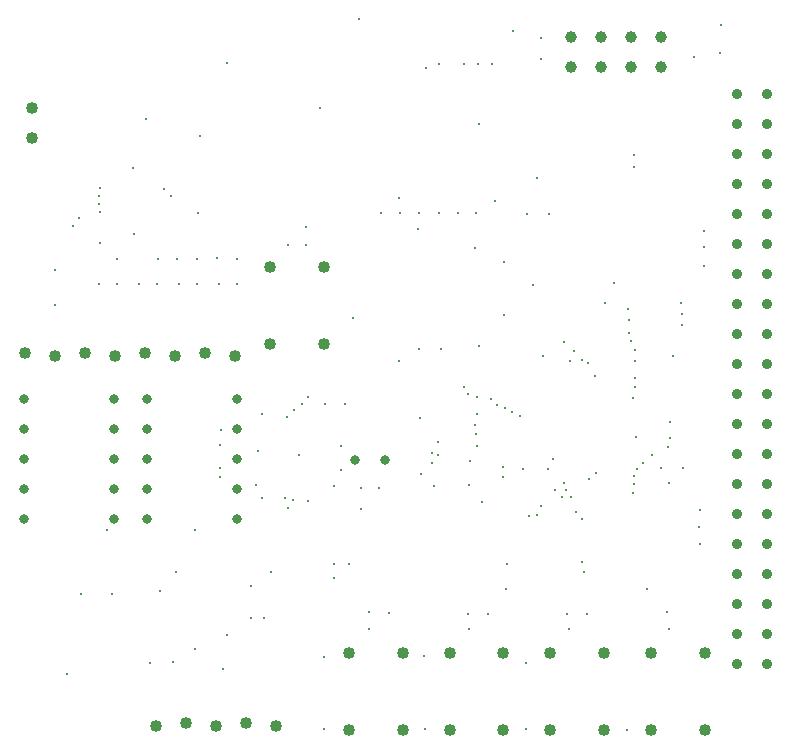
<source format=gbr>
%TF.GenerationSoftware,Novarm,DipTrace,3.2.0.1*%
%TF.CreationDate,2017-11-16T22:50:57-08:00*%
%FSLAX26Y26*%
%MOIN*%
%TF.FileFunction,Plated,1,4,PTH,Drill*%
%TF.Part,Single*%
%TA.AperFunction,ViaDrill*%
%ADD10C,0.008*%
%TA.AperFunction,ComponentDrill*%
%ADD52C,0.032008*%
%ADD53C,0.032*%
%ADD54C,0.04*%
%ADD55C,0.03937*%
%ADD56C,0.035433*%
G75*
G01*
D52*
X875251Y1572125D3*
D53*
Y1472125D3*
Y1372125D3*
Y1272125D3*
Y1172125D3*
X1175251D3*
Y1272125D3*
Y1372125D3*
Y1472125D3*
Y1572125D3*
D52*
X465875D3*
D53*
Y1472125D3*
Y1372125D3*
Y1272125D3*
Y1172125D3*
X765875D3*
Y1272125D3*
Y1372125D3*
Y1472125D3*
Y1572125D3*
D54*
X494000Y2444000D3*
Y2544000D3*
X469000Y1725249D3*
X569000Y1715249D3*
X669000Y1725249D3*
X769000Y1715249D3*
X869000Y1725249D3*
X969000Y1715249D3*
X1069000Y1725249D3*
X1169000Y1715249D3*
D53*
X1569000Y1369000D3*
X1669000D3*
D54*
X1287749Y1756500D3*
Y2012500D3*
X1465749Y1756500D3*
Y2012500D3*
X1550249Y469000D3*
Y725000D3*
X1728249Y469000D3*
Y725000D3*
X1885667Y469000D3*
Y725000D3*
X2063667Y469000D3*
Y725000D3*
X2221083Y469000D3*
Y725000D3*
X2399083Y469000D3*
Y725000D3*
X2556500Y469000D3*
Y725000D3*
X2734500Y469000D3*
Y725000D3*
D55*
X2590875Y2678375D3*
Y2778375D3*
X2490875Y2678375D3*
Y2778375D3*
X2390875Y2678375D3*
Y2778375D3*
X2290875Y2678375D3*
Y2778375D3*
D56*
X2844000Y687749D3*
Y787749D3*
Y887749D3*
Y987749D3*
Y1087749D3*
Y1187749D3*
Y1287749D3*
Y1387749D3*
Y1487749D3*
Y1587749D3*
Y1687749D3*
Y1787749D3*
Y1887749D3*
Y1987749D3*
Y2087749D3*
Y2187749D3*
Y2287749D3*
Y2387749D3*
Y2487749D3*
Y2587749D3*
X2944000Y687749D3*
Y787749D3*
Y887749D3*
Y987749D3*
Y1087749D3*
Y1187749D3*
Y1287749D3*
Y1387749D3*
Y1487749D3*
Y1587749D3*
Y1687749D3*
Y1787749D3*
Y1887749D3*
Y1987749D3*
Y2087749D3*
Y2187749D3*
Y2287749D3*
Y2387749D3*
Y2487749D3*
Y2587749D3*
D54*
X1306596Y481247D3*
X1206596Y491247D3*
X1106596Y481247D3*
X1006596Y491247D3*
X906596Y481247D3*
D10*
X1141539Y2694000D3*
X1581375Y2837756D3*
X1978209Y2687772D3*
X2096946Y2800260D3*
X1115799Y1956598D3*
X982861Y1956501D3*
X569000Y1884625D3*
X568982Y2003469D3*
X1469911Y1557411D3*
X1715736Y1700375D3*
X1984458Y1750370D3*
X2065699Y1853484D3*
X2267178Y1762751D3*
X2073274Y937955D3*
X2475031Y470399D3*
X2140144Y470836D3*
X1465073D3*
X1802609D3*
X1036449Y737749D3*
X918945Y931706D3*
X1381919Y1385306D3*
X1590749Y1206677D3*
X2543774Y937955D3*
X1981333Y2487793D3*
X2175063Y2309686D3*
X2615642Y1291043D3*
X1051764Y2448755D3*
X1044877Y2193123D3*
X2500251Y1287749D3*
X2715875Y1147125D3*
X2162564Y1953375D3*
X2025079Y2687772D3*
X2731500Y2078375D3*
X2346920Y1693795D3*
X2497125Y1259625D3*
X2719000Y1087749D3*
X2731500Y2016034D3*
X2369000Y1650249D3*
X2477881Y1871630D3*
X1850097Y2687772D3*
X2431596Y1959529D3*
X628375Y2150251D3*
X715875Y2250251D3*
X650249Y2175840D3*
X715875Y2222125D3*
X1790875Y1322125D3*
X1590752Y1275374D3*
X850249Y1956501D3*
X719000Y2197125D3*
Y2275249D3*
X831500Y2122125D3*
X715875Y1956501D3*
X931500Y2272125D3*
X1562751Y1844000D3*
X1650251Y1275249D3*
X1831500Y1281500D3*
X2189963Y2777475D3*
X2788001Y2818992D3*
X2784945Y2725251D3*
X2700492Y2712731D3*
X1365875Y1534625D3*
X1344000Y1512749D3*
X1259625Y1522125D3*
X1122125Y1469000D3*
X1119076Y1418845D3*
X1950251Y1284625D3*
X1453375Y2544000D3*
X1128375Y672125D3*
X1265875Y844000D3*
X1522125Y1415875D3*
X1537751Y1556500D3*
X1412751Y1578375D3*
X1391761Y1556500D3*
X1406500Y2144173D3*
Y2084731D3*
X908583Y1956501D3*
X912751Y2037751D3*
X775251Y1956501D3*
Y2037749D3*
X1175249Y1956501D3*
Y2037749D3*
X1041916Y1956501D3*
Y2037751D3*
X1247125Y1400251D3*
X1119076Y1343837D3*
Y1312584D3*
X1240875Y1284625D3*
X1259625Y1240875D3*
X1337751Y1244000D3*
X1362749Y1234626D3*
X1347125Y1209625D3*
X744000Y1134625D3*
X1034625D3*
X1412751Y1231500D3*
X2608320Y862749D3*
X2615875Y806500D3*
X2277071Y856500D3*
X2281500Y806500D3*
X1945822Y856500D3*
X1950251Y806500D3*
X1614571Y862749D3*
X1615875Y806500D3*
X1783311Y2194000D3*
X1778375Y2137749D3*
X2306501Y1197125D3*
X2325249Y1172125D3*
X2350251Y1306500D3*
X2503375Y1700249D3*
X2628375Y1715875D3*
X971455Y995181D3*
X1975249Y1415875D3*
X1972125Y1456500D3*
X2481500Y1834625D3*
X2656500Y1890875D3*
X1991441Y1227810D3*
X2128375Y1337751D3*
X2212749Y1337749D3*
X2265875Y1294000D3*
X2237749Y1269000D3*
X2259625Y1247125D3*
X2150251Y1181500D3*
X2503375Y1734625D3*
X2190875Y1215875D3*
X1969000Y2075249D3*
X2290875Y1247125D3*
X2272125Y1269000D3*
X2062749Y1312751D3*
X2490875Y1765875D3*
X2659625Y1819000D3*
X2062751Y1347125D3*
X2481500Y1794000D3*
X2659625Y1856500D3*
X2503375Y1644000D3*
Y1612751D3*
X2497125Y1575249D3*
X2619000Y1497125D3*
X2506500Y1447125D3*
X2619000Y1444000D3*
X2612751Y1412749D3*
X2559626Y1384625D3*
X956500Y2250251D3*
X1781500Y1737751D3*
X2372125Y1326529D3*
X2662988Y1344000D3*
X2589488D3*
X2509625Y1337749D3*
X2197125Y1715875D3*
X2500249Y2384625D3*
X2498688Y1314312D3*
X2718933Y1203375D3*
X2731500Y2131500D3*
X2403375Y1894000D3*
X2325249Y1703374D3*
X1934463Y2687772D3*
X759625Y922125D3*
X962810Y697125D3*
X1222125Y844000D3*
X2331500Y997125D3*
X1222125Y950249D3*
X1500249Y1281500D3*
Y1022125D3*
Y975251D3*
X2034625Y2231500D3*
X1972125Y2194000D3*
X1850251D3*
X1912843D3*
X656500Y922125D3*
X887749Y694000D3*
X1144000Y784625D3*
X1290875Y997125D3*
X2325249Y1028375D3*
X1522125Y1335560D3*
X2022125Y1572125D3*
X1465875Y712749D3*
X2069000Y1544000D3*
X1800249Y715875D3*
X2119000Y1515875D3*
X2140875Y694000D3*
X1969000Y1484625D3*
X1947125Y1587751D3*
X1931500Y1612749D3*
X1975249Y1578374D3*
Y1522125D3*
X830909Y2344000D3*
X1856500Y1737751D3*
X2187938Y2706480D3*
X2528375Y1359625D3*
X2300249Y1731500D3*
X2500251Y2347125D3*
X1847125Y1428375D3*
Y1384625D3*
X719000Y2094000D3*
X1109625Y2040875D3*
X975251Y2037751D3*
X872125Y2506500D3*
X1825249Y1394000D3*
X1787751Y1509625D3*
X1825249Y1359626D3*
X2142356Y2187749D3*
X2215692D3*
X2065875Y2028097D3*
X2287749Y1700251D3*
X609625Y656528D3*
X1550249Y1022125D3*
X2075251D3*
X2044000Y1553375D3*
X1681500Y859625D3*
X2094000Y1528375D3*
X2012751Y856500D3*
X2228375Y1372125D3*
X2344000Y856500D3*
X1953352Y1365899D3*
X1347125Y2084822D3*
X1718991Y2192178D3*
X1656500Y2194000D3*
X1715875Y2240875D3*
X1806500Y2675249D3*
X2175249Y1184625D3*
M02*

</source>
